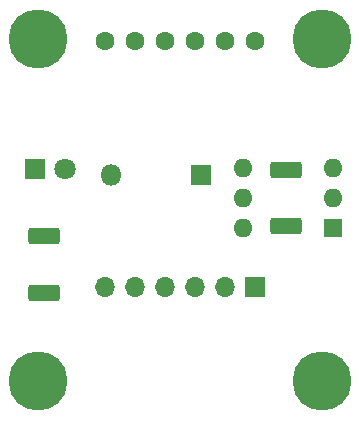
<source format=gbr>
%TF.GenerationSoftware,KiCad,Pcbnew,7.0.7*%
%TF.CreationDate,2024-02-22T12:36:16+00:00*%
%TF.ProjectId,solenoidInterface_rev0,736f6c65-6e6f-4696-9449-6e7465726661,rev?*%
%TF.SameCoordinates,Original*%
%TF.FileFunction,Soldermask,Bot*%
%TF.FilePolarity,Negative*%
%FSLAX46Y46*%
G04 Gerber Fmt 4.6, Leading zero omitted, Abs format (unit mm)*
G04 Created by KiCad (PCBNEW 7.0.7) date 2024-02-22 12:36:16*
%MOMM*%
%LPD*%
G01*
G04 APERTURE LIST*
G04 Aperture macros list*
%AMRoundRect*
0 Rectangle with rounded corners*
0 $1 Rounding radius*
0 $2 $3 $4 $5 $6 $7 $8 $9 X,Y pos of 4 corners*
0 Add a 4 corners polygon primitive as box body*
4,1,4,$2,$3,$4,$5,$6,$7,$8,$9,$2,$3,0*
0 Add four circle primitives for the rounded corners*
1,1,$1+$1,$2,$3*
1,1,$1+$1,$4,$5*
1,1,$1+$1,$6,$7*
1,1,$1+$1,$8,$9*
0 Add four rect primitives between the rounded corners*
20,1,$1+$1,$2,$3,$4,$5,0*
20,1,$1+$1,$4,$5,$6,$7,0*
20,1,$1+$1,$6,$7,$8,$9,0*
20,1,$1+$1,$8,$9,$2,$3,0*%
G04 Aperture macros list end*
%ADD10C,1.600000*%
%ADD11R,1.700000X1.700000*%
%ADD12O,1.700000X1.700000*%
%ADD13R,1.600000X1.600000*%
%ADD14O,1.600000X1.600000*%
%ADD15C,0.800000*%
%ADD16C,5.000000*%
%ADD17R,1.800000X1.800000*%
%ADD18C,1.800000*%
%ADD19O,1.800000X1.800000*%
%ADD20RoundRect,0.249999X1.075001X-0.450001X1.075001X0.450001X-1.075001X0.450001X-1.075001X-0.450001X0*%
G04 APERTURE END LIST*
D10*
%TO.C,J2*%
X8650000Y-3200000D03*
X11190000Y-3200000D03*
X13730000Y-3200000D03*
X16270000Y-3200000D03*
X18810000Y-3200000D03*
X21350000Y-3200000D03*
%TD*%
D11*
%TO.C,J1*%
X21350000Y-24000000D03*
D12*
X18810000Y-24000000D03*
X16270000Y-24000000D03*
X13730000Y-24000000D03*
X11190000Y-24000000D03*
X8650000Y-24000000D03*
%TD*%
D13*
%TO.C,U1*%
X28000000Y-19000000D03*
D14*
X28000000Y-16460000D03*
X28000000Y-13920000D03*
X20380000Y-13920000D03*
X20380000Y-16460000D03*
X20380000Y-19000000D03*
%TD*%
D15*
%TO.C,H3*%
X25125000Y-32000000D03*
X25674175Y-30674175D03*
X25674175Y-33325825D03*
X27000000Y-30125000D03*
D16*
X27000000Y-32000000D03*
D15*
X27000000Y-33875000D03*
X28325825Y-30674175D03*
X28325825Y-33325825D03*
X28875000Y-32000000D03*
%TD*%
%TO.C,H1*%
X1125000Y-3000000D03*
X1674175Y-1674175D03*
X1674175Y-4325825D03*
X3000000Y-1125000D03*
D16*
X3000000Y-3000000D03*
D15*
X3000000Y-4875000D03*
X4325825Y-1674175D03*
X4325825Y-4325825D03*
X4875000Y-3000000D03*
%TD*%
%TO.C,H4*%
X1125000Y-32000000D03*
X1674175Y-30674175D03*
X1674175Y-33325825D03*
X3000000Y-30125000D03*
D16*
X3000000Y-32000000D03*
D15*
X3000000Y-33875000D03*
X4325825Y-30674175D03*
X4325825Y-33325825D03*
X4875000Y-32000000D03*
%TD*%
%TO.C,H2*%
X25125000Y-3000000D03*
X25674175Y-1674175D03*
X25674175Y-4325825D03*
X27000000Y-1125000D03*
D16*
X27000000Y-3000000D03*
D15*
X27000000Y-4875000D03*
X28325825Y-1674175D03*
X28325825Y-4325825D03*
X28875000Y-3000000D03*
%TD*%
D17*
%TO.C,D2*%
X2725000Y-14000000D03*
D18*
X5265000Y-14000000D03*
%TD*%
D17*
%TO.C,D1*%
X16810000Y-14500000D03*
D19*
X9190000Y-14500000D03*
%TD*%
D20*
%TO.C,R3*%
X3500000Y-24500000D03*
X3500000Y-19700000D03*
%TD*%
%TO.C,R1*%
X24000000Y-18875000D03*
X24000000Y-14075000D03*
%TD*%
M02*

</source>
